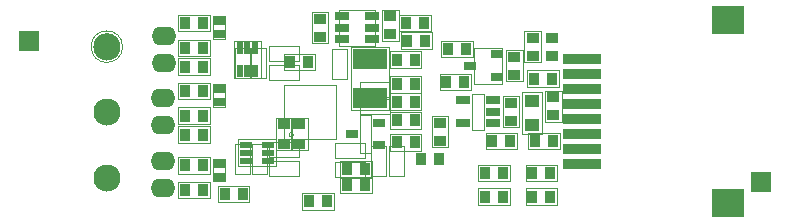
<source format=gts>
G04*
G04 #@! TF.GenerationSoftware,Altium Limited,Altium Designer,20.2.8 (258)*
G04*
G04 Layer_Color=8388736*
%FSLAX44Y44*%
%MOMM*%
G71*
G04*
G04 #@! TF.SameCoordinates,D032E148-705B-442B-B370-39794CB6FC5C*
G04*
G04*
G04 #@! TF.FilePolarity,Negative*
G04*
G01*
G75*
%ADD11C,0.1000*%
%ADD25C,0.0100*%
%ADD26R,1.1000X0.8500*%
%ADD27R,3.3032X0.9632*%
%ADD28R,0.8500X1.1000*%
%ADD29R,1.1000X0.8000*%
%ADD30R,1.7032X1.7032*%
%ADD31R,1.0000X0.5000*%
%ADD32R,0.5000X1.0000*%
%ADD33R,1.3000X1.1000*%
%ADD34R,1.1000X0.7000*%
%ADD35R,1.2000X0.7000*%
%ADD36R,2.9000X1.7000*%
%ADD37R,2.7032X2.4032*%
%ADD38O,2.1000X1.6000*%
%ADD39C,2.3000*%
D11*
X87000Y55000D02*
G03*
X87000Y55000I-11000J0D01*
G01*
D25*
X234030Y-19685D02*
G03*
X234030Y-19685I-1905J0D01*
G01*
X89335Y55000D02*
G03*
X89335Y55000I-13335J0D01*
G01*
X136665Y31015D02*
X163335D01*
X136665D02*
Y44985D01*
X163335D01*
Y31015D02*
Y44985D01*
X136665Y81985D02*
X163335D01*
Y68015D02*
Y81985D01*
X136665Y68015D02*
X163335D01*
X136665D02*
Y81985D01*
X165920Y61475D02*
Y80525D01*
X176080D01*
Y61475D02*
Y80525D01*
X165920Y61475D02*
X176080D01*
X136665Y47015D02*
X163335D01*
X136665D02*
Y60985D01*
X163335D01*
Y47015D02*
Y60985D01*
X169963Y-76571D02*
Y-62601D01*
Y-76571D02*
X196633D01*
Y-62601D01*
X169963D02*
X196633D01*
X165580Y-58975D02*
X175740D01*
Y-39925D01*
X165580D02*
X175740D01*
X165580Y-58975D02*
Y-39925D01*
X225775Y-22860D02*
X270225D01*
Y22860D01*
X225775D02*
X270225D01*
X225775Y-22860D02*
Y22860D01*
X225665Y48985D02*
X252335D01*
Y35015D02*
Y48985D01*
X225665Y35015D02*
X252335D01*
X225665D02*
Y48985D01*
X245985Y-32335D02*
Y-5665D01*
X232015Y-32335D02*
X245985D01*
X232015D02*
Y-5665D01*
X245985D01*
X279350Y27300D02*
Y52700D01*
X266650Y27300D02*
X279350D01*
X266650D02*
Y52700D01*
X279350D01*
X290300Y12650D02*
X315700D01*
X290300D02*
Y25350D01*
X315700D01*
Y12650D02*
Y25350D01*
X312350Y-54700D02*
Y-29300D01*
X299650Y-54700D02*
X312350D01*
X299650D02*
Y-29300D01*
X312350D01*
X327350Y-54700D02*
Y-29300D01*
X314650Y-54700D02*
X327350D01*
X314650D02*
Y-29300D01*
X327350D01*
X269300Y-55350D02*
X294700D01*
X269300D02*
Y-42650D01*
X294700D01*
Y-55350D02*
Y-42650D01*
X269300Y-39350D02*
X294700D01*
X269300D02*
Y-26650D01*
X294700D01*
Y-39350D02*
Y-26650D01*
X197350Y-52700D02*
Y-27300D01*
X184650Y-52700D02*
X197350D01*
X184650D02*
Y-27300D01*
X197350D01*
X213300Y-41650D02*
X238700D01*
Y-54350D02*
Y-41650D01*
X213300Y-54350D02*
X238700D01*
X213300D02*
Y-41650D01*
X198650Y-52700D02*
Y-27300D01*
X211350D01*
Y-52700D02*
Y-27300D01*
X198650Y-52700D02*
X211350D01*
X213300Y-25650D02*
X238700D01*
Y-38350D02*
Y-25650D01*
X213300Y-38350D02*
X238700D01*
X213300D02*
Y-25650D01*
X232985Y-32335D02*
Y-5665D01*
X219015Y-32335D02*
X232985D01*
X219015D02*
Y-5665D01*
X232985D01*
X197650Y53700D02*
X210350D01*
X197650Y28300D02*
Y53700D01*
Y28300D02*
X210350D01*
Y53700D01*
X213300Y39350D02*
X238700D01*
Y26650D02*
Y39350D01*
X213300Y26650D02*
X238700D01*
X213300D02*
Y39350D01*
Y55350D02*
X238700D01*
Y42650D02*
Y55350D01*
X213300Y42650D02*
X238700D01*
X213300D02*
Y55350D01*
X184650Y28300D02*
Y53700D01*
X197350D01*
Y28300D02*
Y53700D01*
X184650Y28300D02*
X197350D01*
X430665Y-78985D02*
X457335D01*
X430665D02*
Y-65015D01*
X457335D01*
Y-78985D02*
Y-65015D01*
X430665Y-58985D02*
X457335D01*
X430665D02*
Y-45015D01*
X457335D01*
Y-58985D02*
Y-45015D01*
X136395Y24535D02*
X163065D01*
Y10565D02*
Y24535D01*
X136395Y10565D02*
X163065Y10565D01*
X136395Y10565D02*
Y24535D01*
Y-26435D02*
X163065D01*
X136395D02*
Y-12465D01*
X163065D01*
Y-26435D02*
Y-12465D01*
X136395Y-10435D02*
X163065D01*
X136395Y3535D02*
X136395Y-10435D01*
X136395Y3535D02*
X163065D01*
Y-10435D02*
Y3535D01*
X165650Y4025D02*
Y23075D01*
X175810D01*
Y4025D02*
Y23075D01*
X165650Y4025D02*
X175810D01*
X136325Y-38465D02*
X162995D01*
Y-52435D02*
Y-38465D01*
X136325Y-52435D02*
X162995D01*
X136325D02*
Y-38465D01*
Y-73435D02*
X162995D01*
X136325D02*
Y-59465D01*
X162995D01*
Y-73435D02*
Y-59465D01*
X273665Y-55985D02*
X300335D01*
X273665D02*
Y-42015D01*
X300335D01*
Y-55985D02*
Y-42015D01*
X315665Y15475D02*
X342335D01*
Y1505D02*
Y15475D01*
X315665Y1505D02*
X342335D01*
X315665D02*
Y15475D01*
X187125Y-46430D02*
X218875D01*
X187125D02*
Y-23570D01*
X218875D01*
Y-46430D02*
Y-23570D01*
X183570Y28125D02*
Y59875D01*
X206430D01*
Y28125D02*
Y59875D01*
X183570Y28125D02*
X206430D01*
X427745Y-18780D02*
Y16780D01*
X444255D01*
Y-18780D02*
Y16780D01*
X427745Y-18780D02*
X444255D01*
X299445Y-34875D02*
Y-3125D01*
X290555D02*
X299445D01*
X290555Y-34875D02*
Y-3125D01*
Y-34875D02*
X299445D01*
X458585Y21015D02*
Y34985D01*
X431915D02*
X458585D01*
X431915Y21015D02*
Y34985D01*
Y21015D02*
X458585D01*
X429515Y41665D02*
X443485D01*
Y68335D01*
X429515D02*
X443485D01*
X429515Y41665D02*
Y68335D01*
X390665Y-78985D02*
Y-65015D01*
Y-78985D02*
X417335D01*
Y-65015D01*
X390665D02*
X417335D01*
X273665Y-68985D02*
Y-55015D01*
Y-68985D02*
X300335D01*
Y-55015D01*
X273665D02*
X300335D01*
X390665Y-58985D02*
Y-45015D01*
Y-58985D02*
X417335D01*
Y-45015D01*
X390665D02*
X417335D01*
X342335Y-19015D02*
X342335Y-32985D01*
X315665Y-19015D02*
X342335D01*
X315665Y-32985D02*
Y-19015D01*
Y-32985D02*
X342335Y-32985D01*
X323665Y81985D02*
X323665Y68015D01*
X350335D01*
X350335Y81985D01*
X323665D02*
X350335D01*
X351335Y53015D02*
X351335Y66985D01*
X324665Y66985D02*
X351335Y66985D01*
X324665Y53015D02*
Y66985D01*
Y53015D02*
X351335D01*
X414015Y52335D02*
X427985D01*
X414015Y25665D02*
Y52335D01*
Y25665D02*
X427985D01*
Y52335D01*
X411015Y-13335D02*
X424985D01*
Y13335D01*
X411015D02*
X424985D01*
X411015Y-13335D02*
Y13335D01*
X241665Y-82985D02*
Y-69015D01*
Y-82985D02*
X268335D01*
Y-69015D01*
X241665D02*
X268335D01*
X302730Y55760D02*
Y86240D01*
X272250Y86240D02*
X302730Y86240D01*
X272250Y86240D02*
X272250Y55760D01*
X302730D01*
X395080Y-15240D02*
Y15240D01*
X384920D02*
X395080D01*
X384920Y-15240D02*
Y15240D01*
Y-15240D02*
X395080D01*
X283125Y54670D02*
X314875D01*
X283125Y1330D02*
Y54670D01*
Y1330D02*
X314875D01*
Y54670D01*
X387000Y23760D02*
Y54240D01*
X410875D01*
Y23760D02*
Y54240D01*
X387000Y23760D02*
X410875D01*
X432665Y-31985D02*
Y-18015D01*
Y-31985D02*
X459335D01*
Y-18015D01*
X432665D02*
X459335D01*
X351015Y-3665D02*
X364985D01*
X351015Y-30335D02*
Y-3665D01*
Y-30335D02*
X364985D01*
Y-3665D01*
X447015Y17835D02*
X460985D01*
X447015Y-8835D02*
Y17835D01*
Y-8835D02*
X460985D01*
Y17835D01*
X342335Y-14495D02*
Y-525D01*
X315665D02*
X342335D01*
X315665Y-14495D02*
Y-525D01*
Y-14495D02*
X342335D01*
X342335Y29985D02*
X342335Y16015D01*
X315665Y29985D02*
X342335D01*
X315665Y16015D02*
Y29985D01*
Y16015D02*
X342335Y16015D01*
X249505Y57665D02*
X263475D01*
Y84335D01*
X249505D02*
X263475D01*
X249505Y57665D02*
Y84335D01*
X309015Y59665D02*
X322985D01*
Y86335D01*
X309015D02*
X322985D01*
X309015Y59665D02*
Y86335D01*
X358967Y45967D02*
Y59937D01*
Y45967D02*
X385637D01*
Y59937D01*
X358967D02*
X385637D01*
X315665Y37015D02*
Y50985D01*
Y37015D02*
X342335D01*
Y50985D01*
X315665D02*
X342335D01*
X357665Y18015D02*
Y31985D01*
Y18015D02*
X384335D01*
Y31985D01*
X357665D02*
X384335D01*
X396665Y-31985D02*
Y-18015D01*
Y-31985D02*
X423335D01*
Y-18015D01*
X396665D02*
X423335D01*
X290300Y-2350D02*
Y10350D01*
Y-2350D02*
X315700D01*
Y10350D01*
X290300D02*
X315700D01*
D26*
X453000Y47380D02*
D03*
Y62620D02*
D03*
X239000Y-10380D02*
D03*
Y-27620D02*
D03*
X226000Y-10380D02*
D03*
Y-27620D02*
D03*
X436500Y62620D02*
D03*
Y47380D02*
D03*
X421000Y31380D02*
D03*
Y46620D02*
D03*
X418000Y7620D02*
D03*
Y-7620D02*
D03*
X358000Y-24620D02*
D03*
Y-9380D02*
D03*
X454000Y-3120D02*
D03*
Y12120D02*
D03*
X256490Y78620D02*
D03*
Y63380D02*
D03*
X316000Y80620D02*
D03*
Y65380D02*
D03*
D27*
X478000Y-44450D02*
D03*
Y-31750D02*
D03*
Y44450D02*
D03*
Y31750D02*
D03*
Y19050D02*
D03*
Y-6350D02*
D03*
Y-19050D02*
D03*
Y6350D02*
D03*
D28*
X157620Y38000D02*
D03*
X142380D02*
D03*
Y75000D02*
D03*
X157620D02*
D03*
Y54000D02*
D03*
X142380D02*
D03*
X190918Y-69586D02*
D03*
X175678D02*
D03*
X342380Y-40000D02*
D03*
X357620D02*
D03*
X231380Y42000D02*
D03*
X246620D02*
D03*
X451620Y-72000D02*
D03*
X436380D02*
D03*
X451620Y-52000D02*
D03*
X436380D02*
D03*
X142110Y17550D02*
D03*
X157350D02*
D03*
Y-19450D02*
D03*
X142110D02*
D03*
X157350Y-3450D02*
D03*
X142110D02*
D03*
X142040Y-45450D02*
D03*
X157280D02*
D03*
Y-66450D02*
D03*
X142040D02*
D03*
X294620Y-49000D02*
D03*
X279380D02*
D03*
X321380Y8490D02*
D03*
X336620D02*
D03*
X437630Y28000D02*
D03*
X452870D02*
D03*
X411620Y-72000D02*
D03*
X396380D02*
D03*
X294620Y-62000D02*
D03*
X279380D02*
D03*
X411620Y-52000D02*
D03*
X396380D02*
D03*
X321380Y-26000D02*
D03*
X336620D02*
D03*
X344620Y75000D02*
D03*
X329380D02*
D03*
X330380Y60000D02*
D03*
X345620D02*
D03*
X262620Y-76000D02*
D03*
X247380D02*
D03*
X453620Y-25000D02*
D03*
X438380D02*
D03*
X321380Y-7510D02*
D03*
X336620D02*
D03*
X321380Y23000D02*
D03*
X336620D02*
D03*
X379922Y52952D02*
D03*
X364682D02*
D03*
X336620Y44000D02*
D03*
X321380D02*
D03*
X378620Y25000D02*
D03*
X363380D02*
D03*
X417620Y-25000D02*
D03*
X402380D02*
D03*
D29*
X171000Y65500D02*
D03*
Y76500D02*
D03*
X170660Y-43950D02*
D03*
Y-54950D02*
D03*
X170730Y8050D02*
D03*
Y19050D02*
D03*
D30*
X630000Y-60000D02*
D03*
X10000Y60000D02*
D03*
D31*
X212525Y-41500D02*
D03*
Y-35000D02*
D03*
Y-28500D02*
D03*
X193475D02*
D03*
Y-35000D02*
D03*
Y-41500D02*
D03*
D32*
X188500Y34475D02*
D03*
X195000D02*
D03*
X201500D02*
D03*
Y53525D02*
D03*
X195000D02*
D03*
X188500D02*
D03*
D33*
X436000Y-11160D02*
D03*
Y9160D02*
D03*
D34*
X306430Y-9475D02*
D03*
X283570Y-19000D02*
D03*
X306430Y-28525D02*
D03*
X383570Y39000D02*
D03*
X406430Y48525D02*
D03*
Y29475D02*
D03*
D35*
X274790Y61475D02*
D03*
X274790Y71000D02*
D03*
Y80525D02*
D03*
X300190Y80525D02*
D03*
Y71000D02*
D03*
Y61475D02*
D03*
X377300Y-9525D02*
D03*
Y9525D02*
D03*
X402700D02*
D03*
Y0D02*
D03*
Y-9525D02*
D03*
D36*
X299000Y11490D02*
D03*
Y44510D02*
D03*
D37*
X602000Y-77800D02*
D03*
Y77800D02*
D03*
D38*
X123660Y-64450D02*
D03*
Y-41450D02*
D03*
X123730Y-11450D02*
D03*
X123730Y11550D02*
D03*
X124000Y41000D02*
D03*
Y64000D02*
D03*
D39*
X76000Y-56000D02*
D03*
Y-500D02*
D03*
Y55000D02*
D03*
M02*

</source>
